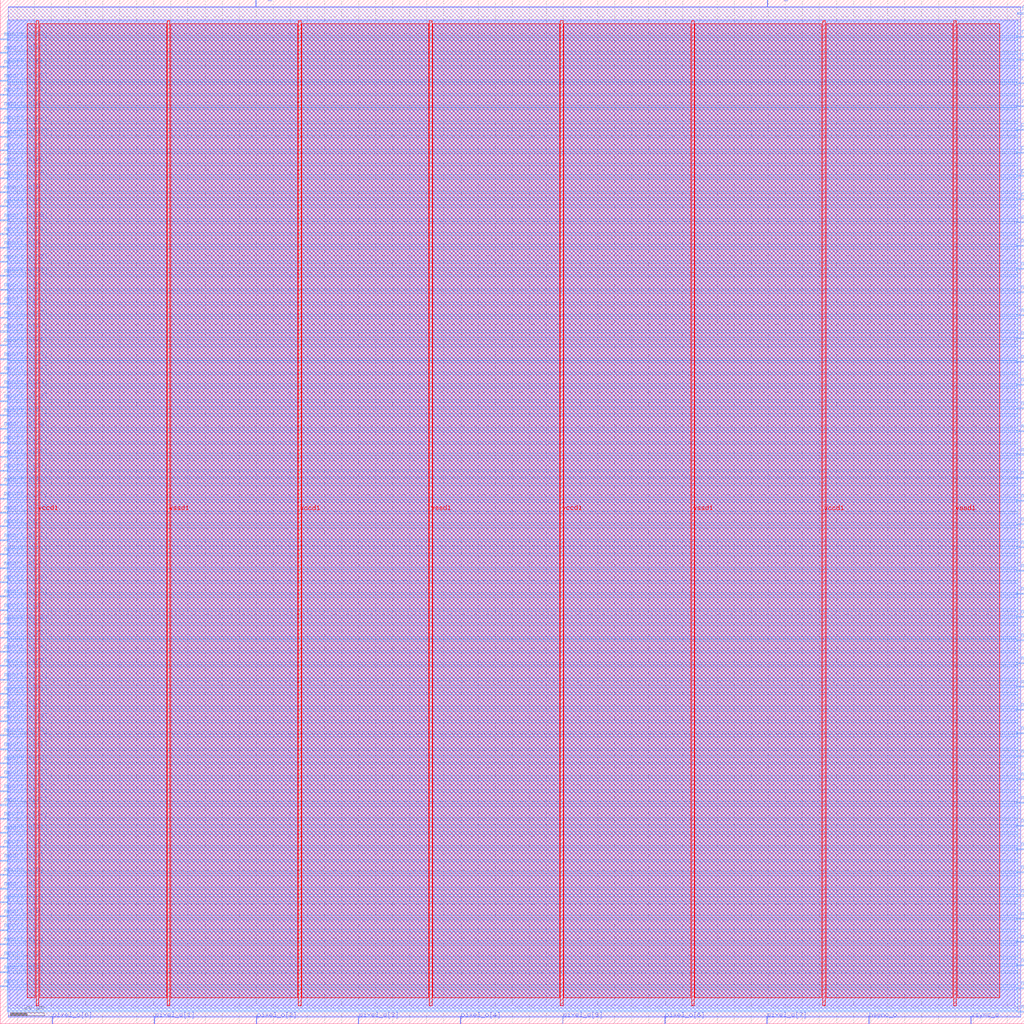
<source format=lef>
VERSION 5.7 ;
  NOWIREEXTENSIONATPIN ON ;
  DIVIDERCHAR "/" ;
  BUSBITCHARS "[]" ;
MACRO vga
  CLASS BLOCK ;
  FOREIGN vga ;
  ORIGIN 0.000 0.000 ;
  SIZE 600.000 BY 600.000 ;
  PIN clk_i
    DIRECTION INPUT ;
    USE SIGNAL ;
    ANTENNAGATEAREA 0.852000 ;
    ANTENNADIFFAREA 0.434700 ;
    PORT
      LAYER met2 ;
        RECT 149.590 596.000 149.870 600.000 ;
    END
  END clk_i
  PIN enable_i
    DIRECTION INPUT ;
    USE SIGNAL ;
    ANTENNAGATEAREA 0.247500 ;
    PORT
      LAYER met3 ;
        RECT 596.000 469.240 600.000 469.840 ;
    END
  END enable_i
  PIN fb_i
    DIRECTION INPUT ;
    USE SIGNAL ;
    PORT
      LAYER met3 ;
        RECT 596.000 591.640 600.000 592.240 ;
    END
  END fb_i
  PIN hsync_o
    DIRECTION OUTPUT TRISTATE ;
    USE SIGNAL ;
    ANTENNADIFFAREA 2.673000 ;
    PORT
      LAYER met2 ;
        RECT 508.850 0.000 509.130 4.000 ;
    END
  END hsync_o
  PIN mport_i[0]
    DIRECTION INPUT ;
    USE SIGNAL ;
    ANTENNAGATEAREA 0.159000 ;
    PORT
      LAYER met3 ;
        RECT 596.000 6.840 600.000 7.440 ;
    END
  END mport_i[0]
  PIN mport_i[10]
    DIRECTION INPUT ;
    USE SIGNAL ;
    ANTENNAGATEAREA 0.196500 ;
    PORT
      LAYER met3 ;
        RECT 596.000 142.840 600.000 143.440 ;
    END
  END mport_i[10]
  PIN mport_i[11]
    DIRECTION INPUT ;
    USE SIGNAL ;
    ANTENNAGATEAREA 0.196500 ;
    PORT
      LAYER met3 ;
        RECT 596.000 156.440 600.000 157.040 ;
    END
  END mport_i[11]
  PIN mport_i[12]
    DIRECTION INPUT ;
    USE SIGNAL ;
    ANTENNAGATEAREA 0.196500 ;
    PORT
      LAYER met3 ;
        RECT 596.000 170.040 600.000 170.640 ;
    END
  END mport_i[12]
  PIN mport_i[13]
    DIRECTION INPUT ;
    USE SIGNAL ;
    ANTENNAGATEAREA 0.196500 ;
    PORT
      LAYER met3 ;
        RECT 596.000 183.640 600.000 184.240 ;
    END
  END mport_i[13]
  PIN mport_i[14]
    DIRECTION INPUT ;
    USE SIGNAL ;
    ANTENNAGATEAREA 0.196500 ;
    PORT
      LAYER met3 ;
        RECT 596.000 197.240 600.000 197.840 ;
    END
  END mport_i[14]
  PIN mport_i[15]
    DIRECTION INPUT ;
    USE SIGNAL ;
    ANTENNAGATEAREA 0.196500 ;
    PORT
      LAYER met3 ;
        RECT 596.000 210.840 600.000 211.440 ;
    END
  END mport_i[15]
  PIN mport_i[16]
    DIRECTION INPUT ;
    USE SIGNAL ;
    ANTENNAGATEAREA 0.213000 ;
    PORT
      LAYER met3 ;
        RECT 596.000 224.440 600.000 225.040 ;
    END
  END mport_i[16]
  PIN mport_i[17]
    DIRECTION INPUT ;
    USE SIGNAL ;
    ANTENNAGATEAREA 0.196500 ;
    PORT
      LAYER met3 ;
        RECT 596.000 238.040 600.000 238.640 ;
    END
  END mport_i[17]
  PIN mport_i[18]
    DIRECTION INPUT ;
    USE SIGNAL ;
    ANTENNAGATEAREA 0.196500 ;
    PORT
      LAYER met3 ;
        RECT 596.000 251.640 600.000 252.240 ;
    END
  END mport_i[18]
  PIN mport_i[19]
    DIRECTION INPUT ;
    USE SIGNAL ;
    ANTENNAGATEAREA 0.196500 ;
    PORT
      LAYER met3 ;
        RECT 596.000 265.240 600.000 265.840 ;
    END
  END mport_i[19]
  PIN mport_i[1]
    DIRECTION INPUT ;
    USE SIGNAL ;
    ANTENNAGATEAREA 0.213000 ;
    PORT
      LAYER met3 ;
        RECT 596.000 20.440 600.000 21.040 ;
    END
  END mport_i[1]
  PIN mport_i[20]
    DIRECTION INPUT ;
    USE SIGNAL ;
    ANTENNAGATEAREA 0.196500 ;
    PORT
      LAYER met3 ;
        RECT 596.000 278.840 600.000 279.440 ;
    END
  END mport_i[20]
  PIN mport_i[21]
    DIRECTION INPUT ;
    USE SIGNAL ;
    ANTENNAGATEAREA 0.196500 ;
    PORT
      LAYER met3 ;
        RECT 596.000 292.440 600.000 293.040 ;
    END
  END mport_i[21]
  PIN mport_i[22]
    DIRECTION INPUT ;
    USE SIGNAL ;
    ANTENNAGATEAREA 0.196500 ;
    PORT
      LAYER met3 ;
        RECT 596.000 306.040 600.000 306.640 ;
    END
  END mport_i[22]
  PIN mport_i[23]
    DIRECTION INPUT ;
    USE SIGNAL ;
    ANTENNAGATEAREA 0.196500 ;
    PORT
      LAYER met3 ;
        RECT 596.000 319.640 600.000 320.240 ;
    END
  END mport_i[23]
  PIN mport_i[24]
    DIRECTION INPUT ;
    USE SIGNAL ;
    ANTENNAGATEAREA 0.213000 ;
    PORT
      LAYER met3 ;
        RECT 596.000 333.240 600.000 333.840 ;
    END
  END mport_i[24]
  PIN mport_i[25]
    DIRECTION INPUT ;
    USE SIGNAL ;
    ANTENNAGATEAREA 0.196500 ;
    PORT
      LAYER met3 ;
        RECT 596.000 346.840 600.000 347.440 ;
    END
  END mport_i[25]
  PIN mport_i[26]
    DIRECTION INPUT ;
    USE SIGNAL ;
    ANTENNAGATEAREA 0.196500 ;
    PORT
      LAYER met3 ;
        RECT 596.000 360.440 600.000 361.040 ;
    END
  END mport_i[26]
  PIN mport_i[27]
    DIRECTION INPUT ;
    USE SIGNAL ;
    ANTENNAGATEAREA 0.196500 ;
    PORT
      LAYER met3 ;
        RECT 596.000 374.040 600.000 374.640 ;
    END
  END mport_i[27]
  PIN mport_i[28]
    DIRECTION INPUT ;
    USE SIGNAL ;
    ANTENNAGATEAREA 0.196500 ;
    PORT
      LAYER met3 ;
        RECT 596.000 387.640 600.000 388.240 ;
    END
  END mport_i[28]
  PIN mport_i[29]
    DIRECTION INPUT ;
    USE SIGNAL ;
    ANTENNAGATEAREA 0.196500 ;
    PORT
      LAYER met3 ;
        RECT 596.000 401.240 600.000 401.840 ;
    END
  END mport_i[29]
  PIN mport_i[2]
    DIRECTION INPUT ;
    USE SIGNAL ;
    ANTENNAGATEAREA 0.213000 ;
    PORT
      LAYER met3 ;
        RECT 596.000 34.040 600.000 34.640 ;
    END
  END mport_i[2]
  PIN mport_i[30]
    DIRECTION INPUT ;
    USE SIGNAL ;
    ANTENNAGATEAREA 0.196500 ;
    PORT
      LAYER met3 ;
        RECT 596.000 414.840 600.000 415.440 ;
    END
  END mport_i[30]
  PIN mport_i[31]
    DIRECTION INPUT ;
    USE SIGNAL ;
    ANTENNAGATEAREA 0.196500 ;
    PORT
      LAYER met3 ;
        RECT 596.000 428.440 600.000 429.040 ;
    END
  END mport_i[31]
  PIN mport_i[32]
    DIRECTION INPUT ;
    USE SIGNAL ;
    PORT
      LAYER met3 ;
        RECT 596.000 442.040 600.000 442.640 ;
    END
  END mport_i[32]
  PIN mport_i[33]
    DIRECTION INPUT ;
    USE SIGNAL ;
    ANTENNAGATEAREA 0.247500 ;
    PORT
      LAYER met3 ;
        RECT 596.000 455.640 600.000 456.240 ;
    END
  END mport_i[33]
  PIN mport_i[3]
    DIRECTION INPUT ;
    USE SIGNAL ;
    ANTENNAGATEAREA 0.126000 ;
    PORT
      LAYER met3 ;
        RECT 596.000 47.640 600.000 48.240 ;
    END
  END mport_i[3]
  PIN mport_i[4]
    DIRECTION INPUT ;
    USE SIGNAL ;
    ANTENNAGATEAREA 0.196500 ;
    PORT
      LAYER met3 ;
        RECT 596.000 61.240 600.000 61.840 ;
    END
  END mport_i[4]
  PIN mport_i[5]
    DIRECTION INPUT ;
    USE SIGNAL ;
    ANTENNAGATEAREA 0.196500 ;
    PORT
      LAYER met3 ;
        RECT 596.000 74.840 600.000 75.440 ;
    END
  END mport_i[5]
  PIN mport_i[6]
    DIRECTION INPUT ;
    USE SIGNAL ;
    ANTENNAGATEAREA 0.126000 ;
    PORT
      LAYER met3 ;
        RECT 596.000 88.440 600.000 89.040 ;
    END
  END mport_i[6]
  PIN mport_i[7]
    DIRECTION INPUT ;
    USE SIGNAL ;
    ANTENNAGATEAREA 0.196500 ;
    PORT
      LAYER met3 ;
        RECT 596.000 102.040 600.000 102.640 ;
    END
  END mport_i[7]
  PIN mport_i[8]
    DIRECTION INPUT ;
    USE SIGNAL ;
    ANTENNAGATEAREA 0.213000 ;
    PORT
      LAYER met3 ;
        RECT 596.000 115.640 600.000 116.240 ;
    END
  END mport_i[8]
  PIN mport_i[9]
    DIRECTION INPUT ;
    USE SIGNAL ;
    ANTENNAGATEAREA 0.196500 ;
    PORT
      LAYER met3 ;
        RECT 596.000 129.240 600.000 129.840 ;
    END
  END mport_i[9]
  PIN mport_o[0]
    DIRECTION OUTPUT TRISTATE ;
    USE SIGNAL ;
    PORT
      LAYER met3 ;
        RECT 0.000 21.800 4.000 22.400 ;
    END
  END mport_o[0]
  PIN mport_o[10]
    DIRECTION OUTPUT TRISTATE ;
    USE SIGNAL ;
    PORT
      LAYER met3 ;
        RECT 0.000 103.400 4.000 104.000 ;
    END
  END mport_o[10]
  PIN mport_o[11]
    DIRECTION OUTPUT TRISTATE ;
    USE SIGNAL ;
    PORT
      LAYER met3 ;
        RECT 0.000 111.560 4.000 112.160 ;
    END
  END mport_o[11]
  PIN mport_o[12]
    DIRECTION OUTPUT TRISTATE ;
    USE SIGNAL ;
    PORT
      LAYER met3 ;
        RECT 0.000 119.720 4.000 120.320 ;
    END
  END mport_o[12]
  PIN mport_o[13]
    DIRECTION OUTPUT TRISTATE ;
    USE SIGNAL ;
    PORT
      LAYER met3 ;
        RECT 0.000 127.880 4.000 128.480 ;
    END
  END mport_o[13]
  PIN mport_o[14]
    DIRECTION OUTPUT TRISTATE ;
    USE SIGNAL ;
    PORT
      LAYER met3 ;
        RECT 0.000 136.040 4.000 136.640 ;
    END
  END mport_o[14]
  PIN mport_o[15]
    DIRECTION OUTPUT TRISTATE ;
    USE SIGNAL ;
    PORT
      LAYER met3 ;
        RECT 0.000 144.200 4.000 144.800 ;
    END
  END mport_o[15]
  PIN mport_o[16]
    DIRECTION OUTPUT TRISTATE ;
    USE SIGNAL ;
    PORT
      LAYER met3 ;
        RECT 0.000 152.360 4.000 152.960 ;
    END
  END mport_o[16]
  PIN mport_o[17]
    DIRECTION OUTPUT TRISTATE ;
    USE SIGNAL ;
    PORT
      LAYER met3 ;
        RECT 0.000 160.520 4.000 161.120 ;
    END
  END mport_o[17]
  PIN mport_o[18]
    DIRECTION OUTPUT TRISTATE ;
    USE SIGNAL ;
    PORT
      LAYER met3 ;
        RECT 0.000 168.680 4.000 169.280 ;
    END
  END mport_o[18]
  PIN mport_o[19]
    DIRECTION OUTPUT TRISTATE ;
    USE SIGNAL ;
    PORT
      LAYER met3 ;
        RECT 0.000 176.840 4.000 177.440 ;
    END
  END mport_o[19]
  PIN mport_o[1]
    DIRECTION OUTPUT TRISTATE ;
    USE SIGNAL ;
    PORT
      LAYER met3 ;
        RECT 0.000 29.960 4.000 30.560 ;
    END
  END mport_o[1]
  PIN mport_o[20]
    DIRECTION OUTPUT TRISTATE ;
    USE SIGNAL ;
    PORT
      LAYER met3 ;
        RECT 0.000 185.000 4.000 185.600 ;
    END
  END mport_o[20]
  PIN mport_o[21]
    DIRECTION OUTPUT TRISTATE ;
    USE SIGNAL ;
    PORT
      LAYER met3 ;
        RECT 0.000 193.160 4.000 193.760 ;
    END
  END mport_o[21]
  PIN mport_o[22]
    DIRECTION OUTPUT TRISTATE ;
    USE SIGNAL ;
    PORT
      LAYER met3 ;
        RECT 0.000 201.320 4.000 201.920 ;
    END
  END mport_o[22]
  PIN mport_o[23]
    DIRECTION OUTPUT TRISTATE ;
    USE SIGNAL ;
    PORT
      LAYER met3 ;
        RECT 0.000 209.480 4.000 210.080 ;
    END
  END mport_o[23]
  PIN mport_o[24]
    DIRECTION OUTPUT TRISTATE ;
    USE SIGNAL ;
    PORT
      LAYER met3 ;
        RECT 0.000 217.640 4.000 218.240 ;
    END
  END mport_o[24]
  PIN mport_o[25]
    DIRECTION OUTPUT TRISTATE ;
    USE SIGNAL ;
    PORT
      LAYER met3 ;
        RECT 0.000 225.800 4.000 226.400 ;
    END
  END mport_o[25]
  PIN mport_o[26]
    DIRECTION OUTPUT TRISTATE ;
    USE SIGNAL ;
    PORT
      LAYER met3 ;
        RECT 0.000 233.960 4.000 234.560 ;
    END
  END mport_o[26]
  PIN mport_o[27]
    DIRECTION OUTPUT TRISTATE ;
    USE SIGNAL ;
    PORT
      LAYER met3 ;
        RECT 0.000 242.120 4.000 242.720 ;
    END
  END mport_o[27]
  PIN mport_o[28]
    DIRECTION OUTPUT TRISTATE ;
    USE SIGNAL ;
    PORT
      LAYER met3 ;
        RECT 0.000 250.280 4.000 250.880 ;
    END
  END mport_o[28]
  PIN mport_o[29]
    DIRECTION OUTPUT TRISTATE ;
    USE SIGNAL ;
    PORT
      LAYER met3 ;
        RECT 0.000 258.440 4.000 259.040 ;
    END
  END mport_o[29]
  PIN mport_o[2]
    DIRECTION OUTPUT TRISTATE ;
    USE SIGNAL ;
    PORT
      LAYER met3 ;
        RECT 0.000 38.120 4.000 38.720 ;
    END
  END mport_o[2]
  PIN mport_o[30]
    DIRECTION OUTPUT TRISTATE ;
    USE SIGNAL ;
    PORT
      LAYER met3 ;
        RECT 0.000 266.600 4.000 267.200 ;
    END
  END mport_o[30]
  PIN mport_o[31]
    DIRECTION OUTPUT TRISTATE ;
    USE SIGNAL ;
    PORT
      LAYER met3 ;
        RECT 0.000 274.760 4.000 275.360 ;
    END
  END mport_o[31]
  PIN mport_o[32]
    DIRECTION OUTPUT TRISTATE ;
    USE SIGNAL ;
    PORT
      LAYER met3 ;
        RECT 0.000 282.920 4.000 283.520 ;
    END
  END mport_o[32]
  PIN mport_o[33]
    DIRECTION OUTPUT TRISTATE ;
    USE SIGNAL ;
    PORT
      LAYER met3 ;
        RECT 0.000 291.080 4.000 291.680 ;
    END
  END mport_o[33]
  PIN mport_o[34]
    DIRECTION OUTPUT TRISTATE ;
    USE SIGNAL ;
    ANTENNADIFFAREA 2.673000 ;
    PORT
      LAYER met3 ;
        RECT 0.000 299.240 4.000 299.840 ;
    END
  END mport_o[34]
  PIN mport_o[35]
    DIRECTION OUTPUT TRISTATE ;
    USE SIGNAL ;
    ANTENNADIFFAREA 2.673000 ;
    PORT
      LAYER met3 ;
        RECT 0.000 307.400 4.000 308.000 ;
    END
  END mport_o[35]
  PIN mport_o[36]
    DIRECTION OUTPUT TRISTATE ;
    USE SIGNAL ;
    ANTENNADIFFAREA 2.673000 ;
    PORT
      LAYER met3 ;
        RECT 0.000 315.560 4.000 316.160 ;
    END
  END mport_o[36]
  PIN mport_o[37]
    DIRECTION OUTPUT TRISTATE ;
    USE SIGNAL ;
    ANTENNADIFFAREA 2.673000 ;
    PORT
      LAYER met3 ;
        RECT 0.000 323.720 4.000 324.320 ;
    END
  END mport_o[37]
  PIN mport_o[38]
    DIRECTION OUTPUT TRISTATE ;
    USE SIGNAL ;
    ANTENNADIFFAREA 2.673000 ;
    PORT
      LAYER met3 ;
        RECT 0.000 331.880 4.000 332.480 ;
    END
  END mport_o[38]
  PIN mport_o[39]
    DIRECTION OUTPUT TRISTATE ;
    USE SIGNAL ;
    ANTENNADIFFAREA 2.673000 ;
    PORT
      LAYER met3 ;
        RECT 0.000 340.040 4.000 340.640 ;
    END
  END mport_o[39]
  PIN mport_o[3]
    DIRECTION OUTPUT TRISTATE ;
    USE SIGNAL ;
    PORT
      LAYER met3 ;
        RECT 0.000 46.280 4.000 46.880 ;
    END
  END mport_o[3]
  PIN mport_o[40]
    DIRECTION OUTPUT TRISTATE ;
    USE SIGNAL ;
    ANTENNADIFFAREA 2.673000 ;
    PORT
      LAYER met3 ;
        RECT 0.000 348.200 4.000 348.800 ;
    END
  END mport_o[40]
  PIN mport_o[41]
    DIRECTION OUTPUT TRISTATE ;
    USE SIGNAL ;
    ANTENNADIFFAREA 2.673000 ;
    PORT
      LAYER met3 ;
        RECT 0.000 356.360 4.000 356.960 ;
    END
  END mport_o[41]
  PIN mport_o[42]
    DIRECTION OUTPUT TRISTATE ;
    USE SIGNAL ;
    ANTENNADIFFAREA 2.673000 ;
    PORT
      LAYER met3 ;
        RECT 0.000 364.520 4.000 365.120 ;
    END
  END mport_o[42]
  PIN mport_o[43]
    DIRECTION OUTPUT TRISTATE ;
    USE SIGNAL ;
    ANTENNADIFFAREA 2.673000 ;
    PORT
      LAYER met3 ;
        RECT 0.000 372.680 4.000 373.280 ;
    END
  END mport_o[43]
  PIN mport_o[44]
    DIRECTION OUTPUT TRISTATE ;
    USE SIGNAL ;
    ANTENNADIFFAREA 2.673000 ;
    PORT
      LAYER met3 ;
        RECT 0.000 380.840 4.000 381.440 ;
    END
  END mport_o[44]
  PIN mport_o[45]
    DIRECTION OUTPUT TRISTATE ;
    USE SIGNAL ;
    ANTENNADIFFAREA 2.673000 ;
    PORT
      LAYER met3 ;
        RECT 0.000 389.000 4.000 389.600 ;
    END
  END mport_o[45]
  PIN mport_o[46]
    DIRECTION OUTPUT TRISTATE ;
    USE SIGNAL ;
    ANTENNADIFFAREA 2.673000 ;
    PORT
      LAYER met3 ;
        RECT 0.000 397.160 4.000 397.760 ;
    END
  END mport_o[46]
  PIN mport_o[47]
    DIRECTION OUTPUT TRISTATE ;
    USE SIGNAL ;
    ANTENNADIFFAREA 2.673000 ;
    PORT
      LAYER met3 ;
        RECT 0.000 405.320 4.000 405.920 ;
    END
  END mport_o[47]
  PIN mport_o[48]
    DIRECTION OUTPUT TRISTATE ;
    USE SIGNAL ;
    ANTENNADIFFAREA 2.673000 ;
    PORT
      LAYER met3 ;
        RECT 0.000 413.480 4.000 414.080 ;
    END
  END mport_o[48]
  PIN mport_o[49]
    DIRECTION OUTPUT TRISTATE ;
    USE SIGNAL ;
    ANTENNADIFFAREA 2.673000 ;
    PORT
      LAYER met3 ;
        RECT 0.000 421.640 4.000 422.240 ;
    END
  END mport_o[49]
  PIN mport_o[4]
    DIRECTION OUTPUT TRISTATE ;
    USE SIGNAL ;
    PORT
      LAYER met3 ;
        RECT 0.000 54.440 4.000 55.040 ;
    END
  END mport_o[4]
  PIN mport_o[50]
    DIRECTION OUTPUT TRISTATE ;
    USE SIGNAL ;
    ANTENNADIFFAREA 2.673000 ;
    PORT
      LAYER met3 ;
        RECT 0.000 429.800 4.000 430.400 ;
    END
  END mport_o[50]
  PIN mport_o[51]
    DIRECTION OUTPUT TRISTATE ;
    USE SIGNAL ;
    ANTENNADIFFAREA 2.673000 ;
    PORT
      LAYER met3 ;
        RECT 0.000 437.960 4.000 438.560 ;
    END
  END mport_o[51]
  PIN mport_o[52]
    DIRECTION OUTPUT TRISTATE ;
    USE SIGNAL ;
    ANTENNADIFFAREA 2.673000 ;
    PORT
      LAYER met3 ;
        RECT 0.000 446.120 4.000 446.720 ;
    END
  END mport_o[52]
  PIN mport_o[53]
    DIRECTION OUTPUT TRISTATE ;
    USE SIGNAL ;
    ANTENNADIFFAREA 2.673000 ;
    PORT
      LAYER met3 ;
        RECT 0.000 454.280 4.000 454.880 ;
    END
  END mport_o[53]
  PIN mport_o[54]
    DIRECTION OUTPUT TRISTATE ;
    USE SIGNAL ;
    ANTENNADIFFAREA 2.673000 ;
    PORT
      LAYER met3 ;
        RECT 0.000 462.440 4.000 463.040 ;
    END
  END mport_o[54]
  PIN mport_o[55]
    DIRECTION OUTPUT TRISTATE ;
    USE SIGNAL ;
    ANTENNADIFFAREA 2.673000 ;
    PORT
      LAYER met3 ;
        RECT 0.000 470.600 4.000 471.200 ;
    END
  END mport_o[55]
  PIN mport_o[56]
    DIRECTION OUTPUT TRISTATE ;
    USE SIGNAL ;
    ANTENNADIFFAREA 2.673000 ;
    PORT
      LAYER met3 ;
        RECT 0.000 478.760 4.000 479.360 ;
    END
  END mport_o[56]
  PIN mport_o[57]
    DIRECTION OUTPUT TRISTATE ;
    USE SIGNAL ;
    ANTENNADIFFAREA 2.673000 ;
    PORT
      LAYER met3 ;
        RECT 0.000 486.920 4.000 487.520 ;
    END
  END mport_o[57]
  PIN mport_o[58]
    DIRECTION OUTPUT TRISTATE ;
    USE SIGNAL ;
    ANTENNADIFFAREA 2.673000 ;
    PORT
      LAYER met3 ;
        RECT 0.000 495.080 4.000 495.680 ;
    END
  END mport_o[58]
  PIN mport_o[59]
    DIRECTION OUTPUT TRISTATE ;
    USE SIGNAL ;
    ANTENNADIFFAREA 2.673000 ;
    PORT
      LAYER met3 ;
        RECT 0.000 503.240 4.000 503.840 ;
    END
  END mport_o[59]
  PIN mport_o[5]
    DIRECTION OUTPUT TRISTATE ;
    USE SIGNAL ;
    PORT
      LAYER met3 ;
        RECT 0.000 62.600 4.000 63.200 ;
    END
  END mport_o[5]
  PIN mport_o[60]
    DIRECTION OUTPUT TRISTATE ;
    USE SIGNAL ;
    ANTENNADIFFAREA 2.673000 ;
    PORT
      LAYER met3 ;
        RECT 0.000 511.400 4.000 512.000 ;
    END
  END mport_o[60]
  PIN mport_o[61]
    DIRECTION OUTPUT TRISTATE ;
    USE SIGNAL ;
    ANTENNADIFFAREA 2.673000 ;
    PORT
      LAYER met3 ;
        RECT 0.000 519.560 4.000 520.160 ;
    END
  END mport_o[61]
  PIN mport_o[62]
    DIRECTION OUTPUT TRISTATE ;
    USE SIGNAL ;
    ANTENNADIFFAREA 2.673000 ;
    PORT
      LAYER met3 ;
        RECT 0.000 527.720 4.000 528.320 ;
    END
  END mport_o[62]
  PIN mport_o[63]
    DIRECTION OUTPUT TRISTATE ;
    USE SIGNAL ;
    ANTENNADIFFAREA 2.673000 ;
    PORT
      LAYER met3 ;
        RECT 0.000 535.880 4.000 536.480 ;
    END
  END mport_o[63]
  PIN mport_o[64]
    DIRECTION OUTPUT TRISTATE ;
    USE SIGNAL ;
    ANTENNADIFFAREA 2.673000 ;
    PORT
      LAYER met3 ;
        RECT 0.000 544.040 4.000 544.640 ;
    END
  END mport_o[64]
  PIN mport_o[65]
    DIRECTION OUTPUT TRISTATE ;
    USE SIGNAL ;
    PORT
      LAYER met3 ;
        RECT 0.000 552.200 4.000 552.800 ;
    END
  END mport_o[65]
  PIN mport_o[66]
    DIRECTION OUTPUT TRISTATE ;
    USE SIGNAL ;
    ANTENNADIFFAREA 2.673000 ;
    PORT
      LAYER met3 ;
        RECT 0.000 560.360 4.000 560.960 ;
    END
  END mport_o[66]
  PIN mport_o[67]
    DIRECTION OUTPUT TRISTATE ;
    USE SIGNAL ;
    ANTENNADIFFAREA 2.673000 ;
    PORT
      LAYER met3 ;
        RECT 0.000 568.520 4.000 569.120 ;
    END
  END mport_o[67]
  PIN mport_o[68]
    DIRECTION OUTPUT TRISTATE ;
    USE SIGNAL ;
    PORT
      LAYER met3 ;
        RECT 0.000 576.680 4.000 577.280 ;
    END
  END mport_o[68]
  PIN mport_o[6]
    DIRECTION OUTPUT TRISTATE ;
    USE SIGNAL ;
    PORT
      LAYER met3 ;
        RECT 0.000 70.760 4.000 71.360 ;
    END
  END mport_o[6]
  PIN mport_o[7]
    DIRECTION OUTPUT TRISTATE ;
    USE SIGNAL ;
    PORT
      LAYER met3 ;
        RECT 0.000 78.920 4.000 79.520 ;
    END
  END mport_o[7]
  PIN mport_o[8]
    DIRECTION OUTPUT TRISTATE ;
    USE SIGNAL ;
    PORT
      LAYER met3 ;
        RECT 0.000 87.080 4.000 87.680 ;
    END
  END mport_o[8]
  PIN mport_o[9]
    DIRECTION OUTPUT TRISTATE ;
    USE SIGNAL ;
    PORT
      LAYER met3 ;
        RECT 0.000 95.240 4.000 95.840 ;
    END
  END mport_o[9]
  PIN nrst_i
    DIRECTION INPUT ;
    USE SIGNAL ;
    ANTENNAGATEAREA 0.495000 ;
    PORT
      LAYER met2 ;
        RECT 449.510 596.000 449.790 600.000 ;
    END
  END nrst_i
  PIN pixel_o[0]
    DIRECTION OUTPUT TRISTATE ;
    USE SIGNAL ;
    ANTENNADIFFAREA 2.673000 ;
    PORT
      LAYER met2 ;
        RECT 30.450 0.000 30.730 4.000 ;
    END
  END pixel_o[0]
  PIN pixel_o[1]
    DIRECTION OUTPUT TRISTATE ;
    USE SIGNAL ;
    ANTENNADIFFAREA 2.673000 ;
    PORT
      LAYER met2 ;
        RECT 90.250 0.000 90.530 4.000 ;
    END
  END pixel_o[1]
  PIN pixel_o[2]
    DIRECTION OUTPUT TRISTATE ;
    USE SIGNAL ;
    ANTENNADIFFAREA 2.673000 ;
    PORT
      LAYER met2 ;
        RECT 150.050 0.000 150.330 4.000 ;
    END
  END pixel_o[2]
  PIN pixel_o[3]
    DIRECTION OUTPUT TRISTATE ;
    USE SIGNAL ;
    ANTENNADIFFAREA 2.673000 ;
    PORT
      LAYER met2 ;
        RECT 209.850 0.000 210.130 4.000 ;
    END
  END pixel_o[3]
  PIN pixel_o[4]
    DIRECTION OUTPUT TRISTATE ;
    USE SIGNAL ;
    ANTENNADIFFAREA 2.673000 ;
    PORT
      LAYER met2 ;
        RECT 269.650 0.000 269.930 4.000 ;
    END
  END pixel_o[4]
  PIN pixel_o[5]
    DIRECTION OUTPUT TRISTATE ;
    USE SIGNAL ;
    ANTENNADIFFAREA 2.673000 ;
    PORT
      LAYER met2 ;
        RECT 329.450 0.000 329.730 4.000 ;
    END
  END pixel_o[5]
  PIN pixel_o[6]
    DIRECTION OUTPUT TRISTATE ;
    USE SIGNAL ;
    ANTENNADIFFAREA 2.673000 ;
    PORT
      LAYER met2 ;
        RECT 389.250 0.000 389.530 4.000 ;
    END
  END pixel_o[6]
  PIN pixel_o[7]
    DIRECTION OUTPUT TRISTATE ;
    USE SIGNAL ;
    ANTENNADIFFAREA 2.673000 ;
    PORT
      LAYER met2 ;
        RECT 449.050 0.000 449.330 4.000 ;
    END
  END pixel_o[7]
  PIN prescaler_i[0]
    DIRECTION INPUT ;
    USE SIGNAL ;
    PORT
      LAYER met3 ;
        RECT 596.000 482.840 600.000 483.440 ;
    END
  END prescaler_i[0]
  PIN prescaler_i[1]
    DIRECTION INPUT ;
    USE SIGNAL ;
    PORT
      LAYER met3 ;
        RECT 596.000 496.440 600.000 497.040 ;
    END
  END prescaler_i[1]
  PIN prescaler_i[2]
    DIRECTION INPUT ;
    USE SIGNAL ;
    PORT
      LAYER met3 ;
        RECT 596.000 510.040 600.000 510.640 ;
    END
  END prescaler_i[2]
  PIN prescaler_i[3]
    DIRECTION INPUT ;
    USE SIGNAL ;
    PORT
      LAYER met3 ;
        RECT 596.000 523.640 600.000 524.240 ;
    END
  END prescaler_i[3]
  PIN resolution_i[0]
    DIRECTION INPUT ;
    USE SIGNAL ;
    ANTENNAGATEAREA 0.196500 ;
    PORT
      LAYER met3 ;
        RECT 596.000 537.240 600.000 537.840 ;
    END
  END resolution_i[0]
  PIN resolution_i[1]
    DIRECTION INPUT ;
    USE SIGNAL ;
    ANTENNAGATEAREA 0.196500 ;
    PORT
      LAYER met3 ;
        RECT 596.000 550.840 600.000 551.440 ;
    END
  END resolution_i[1]
  PIN resolution_i[2]
    DIRECTION INPUT ;
    USE SIGNAL ;
    ANTENNAGATEAREA 0.196500 ;
    PORT
      LAYER met3 ;
        RECT 596.000 564.440 600.000 565.040 ;
    END
  END resolution_i[2]
  PIN resolution_i[3]
    DIRECTION INPUT ;
    USE SIGNAL ;
    ANTENNAGATEAREA 0.196500 ;
    PORT
      LAYER met3 ;
        RECT 596.000 578.040 600.000 578.640 ;
    END
  END resolution_i[3]
  PIN vccd1
    DIRECTION INOUT ;
    USE POWER ;
    PORT
      LAYER met4 ;
        RECT 21.040 10.640 22.640 587.760 ;
    END
    PORT
      LAYER met4 ;
        RECT 174.640 10.640 176.240 587.760 ;
    END
    PORT
      LAYER met4 ;
        RECT 328.240 10.640 329.840 587.760 ;
    END
    PORT
      LAYER met4 ;
        RECT 481.840 10.640 483.440 587.760 ;
    END
  END vccd1
  PIN vssd1
    DIRECTION INOUT ;
    USE GROUND ;
    PORT
      LAYER met4 ;
        RECT 97.840 10.640 99.440 587.760 ;
    END
    PORT
      LAYER met4 ;
        RECT 251.440 10.640 253.040 587.760 ;
    END
    PORT
      LAYER met4 ;
        RECT 405.040 10.640 406.640 587.760 ;
    END
    PORT
      LAYER met4 ;
        RECT 558.640 10.640 560.240 587.760 ;
    END
  END vssd1
  PIN vsync_o
    DIRECTION OUTPUT TRISTATE ;
    USE SIGNAL ;
    ANTENNADIFFAREA 2.673000 ;
    PORT
      LAYER met2 ;
        RECT 568.650 0.000 568.930 4.000 ;
    END
  END vsync_o
  OBS
      LAYER li1 ;
        RECT 5.520 10.795 594.320 587.605 ;
      LAYER met1 ;
        RECT 4.670 9.220 597.930 588.160 ;
      LAYER met2 ;
        RECT 4.690 595.720 149.310 596.000 ;
        RECT 150.150 595.720 449.230 596.000 ;
        RECT 450.070 595.720 597.900 596.000 ;
        RECT 4.690 4.280 597.900 595.720 ;
        RECT 4.690 3.670 30.170 4.280 ;
        RECT 31.010 3.670 89.970 4.280 ;
        RECT 90.810 3.670 149.770 4.280 ;
        RECT 150.610 3.670 209.570 4.280 ;
        RECT 210.410 3.670 269.370 4.280 ;
        RECT 270.210 3.670 329.170 4.280 ;
        RECT 330.010 3.670 388.970 4.280 ;
        RECT 389.810 3.670 448.770 4.280 ;
        RECT 449.610 3.670 508.570 4.280 ;
        RECT 509.410 3.670 568.370 4.280 ;
        RECT 569.210 3.670 597.900 4.280 ;
      LAYER met3 ;
        RECT 3.990 579.040 596.095 587.685 ;
        RECT 3.990 577.680 595.600 579.040 ;
        RECT 4.400 577.640 595.600 577.680 ;
        RECT 4.400 576.280 596.095 577.640 ;
        RECT 3.990 569.520 596.095 576.280 ;
        RECT 4.400 568.120 596.095 569.520 ;
        RECT 3.990 565.440 596.095 568.120 ;
        RECT 3.990 564.040 595.600 565.440 ;
        RECT 3.990 561.360 596.095 564.040 ;
        RECT 4.400 559.960 596.095 561.360 ;
        RECT 3.990 553.200 596.095 559.960 ;
        RECT 4.400 551.840 596.095 553.200 ;
        RECT 4.400 551.800 595.600 551.840 ;
        RECT 3.990 550.440 595.600 551.800 ;
        RECT 3.990 545.040 596.095 550.440 ;
        RECT 4.400 543.640 596.095 545.040 ;
        RECT 3.990 538.240 596.095 543.640 ;
        RECT 3.990 536.880 595.600 538.240 ;
        RECT 4.400 536.840 595.600 536.880 ;
        RECT 4.400 535.480 596.095 536.840 ;
        RECT 3.990 528.720 596.095 535.480 ;
        RECT 4.400 527.320 596.095 528.720 ;
        RECT 3.990 524.640 596.095 527.320 ;
        RECT 3.990 523.240 595.600 524.640 ;
        RECT 3.990 520.560 596.095 523.240 ;
        RECT 4.400 519.160 596.095 520.560 ;
        RECT 3.990 512.400 596.095 519.160 ;
        RECT 4.400 511.040 596.095 512.400 ;
        RECT 4.400 511.000 595.600 511.040 ;
        RECT 3.990 509.640 595.600 511.000 ;
        RECT 3.990 504.240 596.095 509.640 ;
        RECT 4.400 502.840 596.095 504.240 ;
        RECT 3.990 497.440 596.095 502.840 ;
        RECT 3.990 496.080 595.600 497.440 ;
        RECT 4.400 496.040 595.600 496.080 ;
        RECT 4.400 494.680 596.095 496.040 ;
        RECT 3.990 487.920 596.095 494.680 ;
        RECT 4.400 486.520 596.095 487.920 ;
        RECT 3.990 483.840 596.095 486.520 ;
        RECT 3.990 482.440 595.600 483.840 ;
        RECT 3.990 479.760 596.095 482.440 ;
        RECT 4.400 478.360 596.095 479.760 ;
        RECT 3.990 471.600 596.095 478.360 ;
        RECT 4.400 470.240 596.095 471.600 ;
        RECT 4.400 470.200 595.600 470.240 ;
        RECT 3.990 468.840 595.600 470.200 ;
        RECT 3.990 463.440 596.095 468.840 ;
        RECT 4.400 462.040 596.095 463.440 ;
        RECT 3.990 456.640 596.095 462.040 ;
        RECT 3.990 455.280 595.600 456.640 ;
        RECT 4.400 455.240 595.600 455.280 ;
        RECT 4.400 453.880 596.095 455.240 ;
        RECT 3.990 447.120 596.095 453.880 ;
        RECT 4.400 445.720 596.095 447.120 ;
        RECT 3.990 443.040 596.095 445.720 ;
        RECT 3.990 441.640 595.600 443.040 ;
        RECT 3.990 438.960 596.095 441.640 ;
        RECT 4.400 437.560 596.095 438.960 ;
        RECT 3.990 430.800 596.095 437.560 ;
        RECT 4.400 429.440 596.095 430.800 ;
        RECT 4.400 429.400 595.600 429.440 ;
        RECT 3.990 428.040 595.600 429.400 ;
        RECT 3.990 422.640 596.095 428.040 ;
        RECT 4.400 421.240 596.095 422.640 ;
        RECT 3.990 415.840 596.095 421.240 ;
        RECT 3.990 414.480 595.600 415.840 ;
        RECT 4.400 414.440 595.600 414.480 ;
        RECT 4.400 413.080 596.095 414.440 ;
        RECT 3.990 406.320 596.095 413.080 ;
        RECT 4.400 404.920 596.095 406.320 ;
        RECT 3.990 402.240 596.095 404.920 ;
        RECT 3.990 400.840 595.600 402.240 ;
        RECT 3.990 398.160 596.095 400.840 ;
        RECT 4.400 396.760 596.095 398.160 ;
        RECT 3.990 390.000 596.095 396.760 ;
        RECT 4.400 388.640 596.095 390.000 ;
        RECT 4.400 388.600 595.600 388.640 ;
        RECT 3.990 387.240 595.600 388.600 ;
        RECT 3.990 381.840 596.095 387.240 ;
        RECT 4.400 380.440 596.095 381.840 ;
        RECT 3.990 375.040 596.095 380.440 ;
        RECT 3.990 373.680 595.600 375.040 ;
        RECT 4.400 373.640 595.600 373.680 ;
        RECT 4.400 372.280 596.095 373.640 ;
        RECT 3.990 365.520 596.095 372.280 ;
        RECT 4.400 364.120 596.095 365.520 ;
        RECT 3.990 361.440 596.095 364.120 ;
        RECT 3.990 360.040 595.600 361.440 ;
        RECT 3.990 357.360 596.095 360.040 ;
        RECT 4.400 355.960 596.095 357.360 ;
        RECT 3.990 349.200 596.095 355.960 ;
        RECT 4.400 347.840 596.095 349.200 ;
        RECT 4.400 347.800 595.600 347.840 ;
        RECT 3.990 346.440 595.600 347.800 ;
        RECT 3.990 341.040 596.095 346.440 ;
        RECT 4.400 339.640 596.095 341.040 ;
        RECT 3.990 334.240 596.095 339.640 ;
        RECT 3.990 332.880 595.600 334.240 ;
        RECT 4.400 332.840 595.600 332.880 ;
        RECT 4.400 331.480 596.095 332.840 ;
        RECT 3.990 324.720 596.095 331.480 ;
        RECT 4.400 323.320 596.095 324.720 ;
        RECT 3.990 320.640 596.095 323.320 ;
        RECT 3.990 319.240 595.600 320.640 ;
        RECT 3.990 316.560 596.095 319.240 ;
        RECT 4.400 315.160 596.095 316.560 ;
        RECT 3.990 308.400 596.095 315.160 ;
        RECT 4.400 307.040 596.095 308.400 ;
        RECT 4.400 307.000 595.600 307.040 ;
        RECT 3.990 305.640 595.600 307.000 ;
        RECT 3.990 300.240 596.095 305.640 ;
        RECT 4.400 298.840 596.095 300.240 ;
        RECT 3.990 293.440 596.095 298.840 ;
        RECT 3.990 292.080 595.600 293.440 ;
        RECT 4.400 292.040 595.600 292.080 ;
        RECT 4.400 290.680 596.095 292.040 ;
        RECT 3.990 283.920 596.095 290.680 ;
        RECT 4.400 282.520 596.095 283.920 ;
        RECT 3.990 279.840 596.095 282.520 ;
        RECT 3.990 278.440 595.600 279.840 ;
        RECT 3.990 275.760 596.095 278.440 ;
        RECT 4.400 274.360 596.095 275.760 ;
        RECT 3.990 267.600 596.095 274.360 ;
        RECT 4.400 266.240 596.095 267.600 ;
        RECT 4.400 266.200 595.600 266.240 ;
        RECT 3.990 264.840 595.600 266.200 ;
        RECT 3.990 259.440 596.095 264.840 ;
        RECT 4.400 258.040 596.095 259.440 ;
        RECT 3.990 252.640 596.095 258.040 ;
        RECT 3.990 251.280 595.600 252.640 ;
        RECT 4.400 251.240 595.600 251.280 ;
        RECT 4.400 249.880 596.095 251.240 ;
        RECT 3.990 243.120 596.095 249.880 ;
        RECT 4.400 241.720 596.095 243.120 ;
        RECT 3.990 239.040 596.095 241.720 ;
        RECT 3.990 237.640 595.600 239.040 ;
        RECT 3.990 234.960 596.095 237.640 ;
        RECT 4.400 233.560 596.095 234.960 ;
        RECT 3.990 226.800 596.095 233.560 ;
        RECT 4.400 225.440 596.095 226.800 ;
        RECT 4.400 225.400 595.600 225.440 ;
        RECT 3.990 224.040 595.600 225.400 ;
        RECT 3.990 218.640 596.095 224.040 ;
        RECT 4.400 217.240 596.095 218.640 ;
        RECT 3.990 211.840 596.095 217.240 ;
        RECT 3.990 210.480 595.600 211.840 ;
        RECT 4.400 210.440 595.600 210.480 ;
        RECT 4.400 209.080 596.095 210.440 ;
        RECT 3.990 202.320 596.095 209.080 ;
        RECT 4.400 200.920 596.095 202.320 ;
        RECT 3.990 198.240 596.095 200.920 ;
        RECT 3.990 196.840 595.600 198.240 ;
        RECT 3.990 194.160 596.095 196.840 ;
        RECT 4.400 192.760 596.095 194.160 ;
        RECT 3.990 186.000 596.095 192.760 ;
        RECT 4.400 184.640 596.095 186.000 ;
        RECT 4.400 184.600 595.600 184.640 ;
        RECT 3.990 183.240 595.600 184.600 ;
        RECT 3.990 177.840 596.095 183.240 ;
        RECT 4.400 176.440 596.095 177.840 ;
        RECT 3.990 171.040 596.095 176.440 ;
        RECT 3.990 169.680 595.600 171.040 ;
        RECT 4.400 169.640 595.600 169.680 ;
        RECT 4.400 168.280 596.095 169.640 ;
        RECT 3.990 161.520 596.095 168.280 ;
        RECT 4.400 160.120 596.095 161.520 ;
        RECT 3.990 157.440 596.095 160.120 ;
        RECT 3.990 156.040 595.600 157.440 ;
        RECT 3.990 153.360 596.095 156.040 ;
        RECT 4.400 151.960 596.095 153.360 ;
        RECT 3.990 145.200 596.095 151.960 ;
        RECT 4.400 143.840 596.095 145.200 ;
        RECT 4.400 143.800 595.600 143.840 ;
        RECT 3.990 142.440 595.600 143.800 ;
        RECT 3.990 137.040 596.095 142.440 ;
        RECT 4.400 135.640 596.095 137.040 ;
        RECT 3.990 130.240 596.095 135.640 ;
        RECT 3.990 128.880 595.600 130.240 ;
        RECT 4.400 128.840 595.600 128.880 ;
        RECT 4.400 127.480 596.095 128.840 ;
        RECT 3.990 120.720 596.095 127.480 ;
        RECT 4.400 119.320 596.095 120.720 ;
        RECT 3.990 116.640 596.095 119.320 ;
        RECT 3.990 115.240 595.600 116.640 ;
        RECT 3.990 112.560 596.095 115.240 ;
        RECT 4.400 111.160 596.095 112.560 ;
        RECT 3.990 104.400 596.095 111.160 ;
        RECT 4.400 103.040 596.095 104.400 ;
        RECT 4.400 103.000 595.600 103.040 ;
        RECT 3.990 101.640 595.600 103.000 ;
        RECT 3.990 96.240 596.095 101.640 ;
        RECT 4.400 94.840 596.095 96.240 ;
        RECT 3.990 89.440 596.095 94.840 ;
        RECT 3.990 88.080 595.600 89.440 ;
        RECT 4.400 88.040 595.600 88.080 ;
        RECT 4.400 86.680 596.095 88.040 ;
        RECT 3.990 79.920 596.095 86.680 ;
        RECT 4.400 78.520 596.095 79.920 ;
        RECT 3.990 75.840 596.095 78.520 ;
        RECT 3.990 74.440 595.600 75.840 ;
        RECT 3.990 71.760 596.095 74.440 ;
        RECT 4.400 70.360 596.095 71.760 ;
        RECT 3.990 63.600 596.095 70.360 ;
        RECT 4.400 62.240 596.095 63.600 ;
        RECT 4.400 62.200 595.600 62.240 ;
        RECT 3.990 60.840 595.600 62.200 ;
        RECT 3.990 55.440 596.095 60.840 ;
        RECT 4.400 54.040 596.095 55.440 ;
        RECT 3.990 48.640 596.095 54.040 ;
        RECT 3.990 47.280 595.600 48.640 ;
        RECT 4.400 47.240 595.600 47.280 ;
        RECT 4.400 45.880 596.095 47.240 ;
        RECT 3.990 39.120 596.095 45.880 ;
        RECT 4.400 37.720 596.095 39.120 ;
        RECT 3.990 35.040 596.095 37.720 ;
        RECT 3.990 33.640 595.600 35.040 ;
        RECT 3.990 30.960 596.095 33.640 ;
        RECT 4.400 29.560 596.095 30.960 ;
        RECT 3.990 22.800 596.095 29.560 ;
        RECT 4.400 21.440 596.095 22.800 ;
        RECT 4.400 21.400 595.600 21.440 ;
        RECT 3.990 20.040 595.600 21.400 ;
        RECT 3.990 7.840 596.095 20.040 ;
        RECT 3.990 6.975 595.600 7.840 ;
      LAYER met4 ;
        RECT 15.935 15.135 20.640 585.985 ;
        RECT 23.040 15.135 97.440 585.985 ;
        RECT 99.840 15.135 174.240 585.985 ;
        RECT 176.640 15.135 251.040 585.985 ;
        RECT 253.440 15.135 327.840 585.985 ;
        RECT 330.240 15.135 404.640 585.985 ;
        RECT 407.040 15.135 481.440 585.985 ;
        RECT 483.840 15.135 558.240 585.985 ;
        RECT 560.640 15.135 585.745 585.985 ;
  END
END vga
END LIBRARY


</source>
